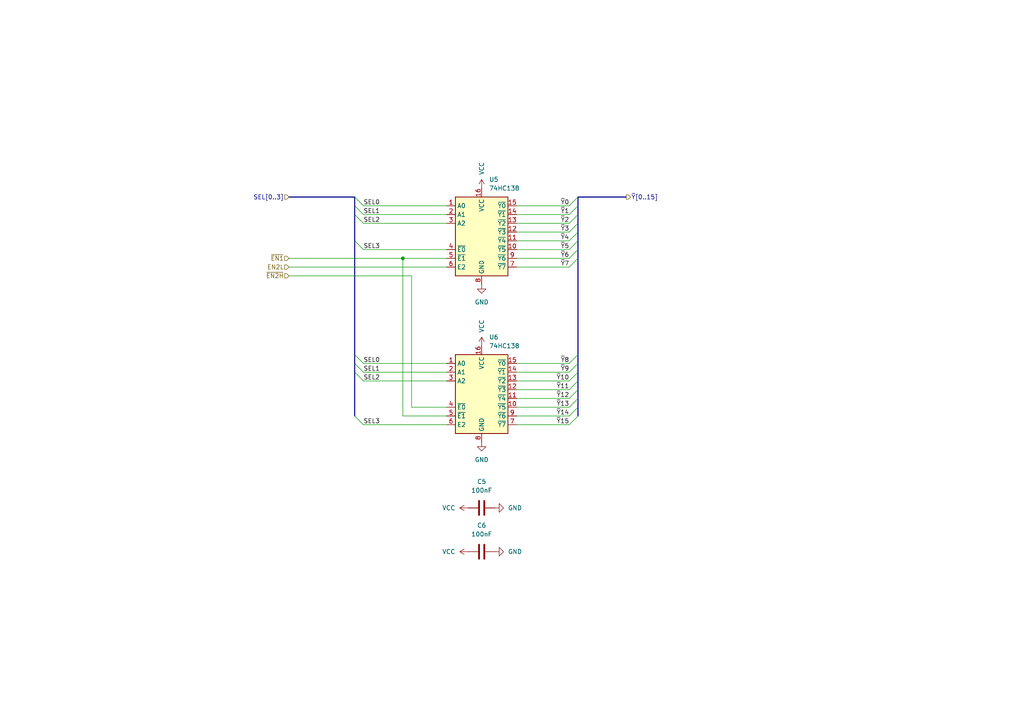
<source format=kicad_sch>
(kicad_sch (version 20250114) (generator "eeschema") (generator_version "9.0")
  (paper "A4")
  (title_block (title "PickleRISC register board") (rev "1.0"))
  (lib_symbols
    (symbol "74xx:74HC138"
      (property "Reference" "U" (at -7.62 13.97 0))
      (property "Value" "74HC138" (at 2.54 -11.43 0))
      (symbol "74HC138_0_1"
        (rectangle (start -7.62 12.7) (end 7.62 -10.16) (stroke (width 0.254)) (fill (type background)))
      )
      (symbol "74HC138_1_1"
        (pin input line (at -10.16 10.16 0) (length 2.54) (name "A0") (number "1"))
        (pin input line (at -10.16 7.62 0) (length 2.54) (name "A1") (number "2"))
        (pin input line (at -10.16 5.08 0) (length 2.54) (name "A2") (number "3"))
        (pin input line (at -10.16 -2.54 0) (length 2.54) (name "~{E0}") (number "4"))
        (pin input line (at -10.16 -5.08 0) (length 2.54) (name "~{E1}") (number "5"))
        (pin input line (at -10.16 -7.62 0) (length 2.54) (name "E2") (number "6"))
        (pin power_in line (at 0 15.24 270) (length 2.54) (name "VCC") (number "16"))
        (pin power_in line (at 0 -12.7 90) (length 2.54) (name "GND") (number "8"))
        (pin output line (at 10.16 10.16 180) (length 2.54) (name "~{Y0}") (number "15"))
        (pin output line (at 10.16 7.62 180) (length 2.54) (name "~{Y1}") (number "14"))
        (pin output line (at 10.16 5.08 180) (length 2.54) (name "~{Y2}") (number "13"))
        (pin output line (at 10.16 2.54 180) (length 2.54) (name "~{Y3}") (number "12"))
        (pin output line (at 10.16 0 180) (length 2.54) (name "~{Y4}") (number "11"))
        (pin output line (at 10.16 -2.54 180) (length 2.54) (name "~{Y5}") (number "10"))
        (pin output line (at 10.16 -5.08 180) (length 2.54) (name "~{Y6}") (number "9"))
        (pin output line (at 10.16 -7.62 180) (length 2.54) (name "~{Y7}") (number "7"))
      )
    )
    (symbol "Device:C" (pin_numbers (hide yes)) (pin_names (offset 0.254))
      (property "Reference" "C" (at 0.635 2.54 0))
      (property "Value" "C" (at 0.635 -2.54 0))
      (symbol "C_0_1"
        (polyline (pts (xy -2.032 0.762) (xy 2.032 0.762)) (stroke (width 0.508)))
        (polyline (pts (xy -2.032 -0.762) (xy 2.032 -0.762)) (stroke (width 0.508)))
      )
      (symbol "C_1_1"
        (pin passive line (at 0 3.81 270) (length 2.794) (name "~") (number "1"))
        (pin passive line (at 0 -3.81 90) (length 2.794) (name "~") (number "2"))
      )
    )
    (symbol "power:GND" (power) (pin_numbers (hide yes)) (pin_names (offset 0) (hide yes))
      (property "Value" "GND" (at 0 -3.81 0))
      (symbol "GND_0_1"
        (polyline (pts (xy 0 0) (xy 0 -1.27) (xy 1.27 -1.27) (xy 0 -2.54) (xy -1.27 -1.27) (xy 0 -1.27)))
      )
      (symbol "GND_1_1"
        (pin power_in line (at 0 0 270) (length 0) (name "~") (number "1"))
      )
    )
    (symbol "power:VCC" (power) (pin_numbers (hide yes)) (pin_names (offset 0) (hide yes))
      (property "Value" "VCC" (at 0 3.556 0))
      (symbol "VCC_0_1"
        (polyline (pts (xy -0.762 1.27) (xy 0 2.54)))
        (polyline (pts (xy 0 2.54) (xy 0.762 1.27)))
        (polyline (pts (xy 0 0) (xy 0 2.54)))
      )
      (symbol "VCC_1_1"
        (pin power_in line (at 0 0 90) (length 0) (name "~") (number "1"))
      )
    )
  )
  (junction (at 116.84 74.93))
  (bus_entry (at 167.64 64.77) (size -2.54 2.54))
  (bus_entry (at 102.87 69.85) (size 2.54 2.54))
  (bus_entry (at 102.87 59.69) (size 2.54 2.54))
  (bus_entry (at 167.64 59.69) (size -2.54 2.54))
  (bus_entry (at 102.87 107.95) (size 2.54 2.54))
  (bus_entry (at 167.64 113.03) (size -2.54 2.54))
  (bus_entry (at 102.87 120.65) (size 2.54 2.54))
  (bus_entry (at 167.64 69.85) (size -2.54 2.54))
  (bus_entry (at 167.64 62.23) (size -2.54 2.54))
  (bus_entry (at 167.64 102.87) (size -2.54 2.54))
  (bus_entry (at 167.64 72.39) (size -2.54 2.54))
  (bus_entry (at 167.64 115.57) (size -2.54 2.54))
  (bus_entry (at 102.87 62.23) (size 2.54 2.54))
  (bus_entry (at 167.64 110.49) (size -2.54 2.54))
  (bus_entry (at 167.64 74.93) (size -2.54 2.54))
  (bus_entry (at 167.64 67.31) (size -2.54 2.54))
  (bus_entry (at 102.87 57.15) (size 2.54 2.54))
  (bus_entry (at 102.87 105.41) (size 2.54 2.54))
  (bus_entry (at 167.64 118.11) (size -2.54 2.54))
  (bus_entry (at 167.64 120.65) (size -2.54 2.54))
  (bus_entry (at 102.87 102.87) (size 2.54 2.54))
  (bus_entry (at 167.64 107.95) (size -2.54 2.54))
  (bus_entry (at 167.64 105.41) (size -2.54 2.54))
  (bus_entry (at 167.64 57.15) (size -2.54 2.54))
  (wire (pts (xy 149.86 105.41) (xy 165.1 105.41)))
  (wire (pts (xy 105.41 110.49) (xy 129.54 110.49)))
  (bus (pts (xy 102.87 105.41) (xy 102.87 107.95)))
  (bus (pts (xy 167.64 59.69) (xy 167.64 62.23)))
  (wire (pts (xy 116.84 74.93) (xy 116.84 120.65)))
  (bus (pts (xy 167.64 107.95) (xy 167.64 110.49)))
  (bus (pts (xy 167.64 110.49) (xy 167.64 113.03)))
  (bus (pts (xy 102.87 69.85) (xy 102.87 102.87)))
  (bus (pts (xy 102.87 107.95) (xy 102.87 120.65)))
  (bus (pts (xy 167.64 72.39) (xy 167.64 74.93)))
  (bus (pts (xy 102.87 62.23) (xy 102.87 69.85)))
  (wire (pts (xy 149.86 59.69) (xy 165.1 59.69)))
  (bus (pts (xy 167.64 102.87) (xy 167.64 105.41)))
  (wire (pts (xy 105.41 107.95) (xy 129.54 107.95)))
  (wire (pts (xy 105.41 59.69) (xy 129.54 59.69)))
  (wire (pts (xy 105.41 105.41) (xy 129.54 105.41)))
  (wire (pts (xy 149.86 110.49) (xy 165.1 110.49)))
  (wire (pts (xy 149.86 118.11) (xy 165.1 118.11)))
  (bus (pts (xy 167.64 118.11) (xy 167.64 120.65)))
  (bus (pts (xy 181.61 57.15) (xy 167.64 57.15)))
  (wire (pts (xy 149.86 64.77) (xy 165.1 64.77)))
  (wire (pts (xy 105.41 62.23) (xy 129.54 62.23)))
  (bus (pts (xy 167.64 74.93) (xy 167.64 102.87)))
  (wire (pts (xy 83.82 77.47) (xy 129.54 77.47)))
  (wire (pts (xy 83.82 80.01) (xy 119.38 80.01)))
  (wire (pts (xy 149.86 62.23) (xy 165.1 62.23)))
  (wire (pts (xy 116.84 74.93) (xy 129.54 74.93)))
  (wire (pts (xy 149.86 77.47) (xy 165.1 77.47)))
  (bus (pts (xy 167.64 67.31) (xy 167.64 69.85)))
  (wire (pts (xy 119.38 118.11) (xy 119.38 80.01)))
  (wire (pts (xy 83.82 74.93) (xy 116.84 74.93)))
  (wire (pts (xy 149.86 115.57) (xy 165.1 115.57)))
  (bus (pts (xy 83.82 57.15) (xy 102.87 57.15)))
  (wire (pts (xy 149.86 72.39) (xy 165.1 72.39)))
  (wire (pts (xy 105.41 72.39) (xy 129.54 72.39)))
  (wire (pts (xy 105.41 123.19) (xy 129.54 123.19)))
  (wire (pts (xy 149.86 107.95) (xy 165.1 107.95)))
  (wire (pts (xy 105.41 64.77) (xy 129.54 64.77)))
  (wire (pts (xy 129.54 120.65) (xy 116.84 120.65)))
  (bus (pts (xy 167.64 57.15) (xy 167.64 59.69)))
  (wire (pts (xy 149.86 69.85) (xy 165.1 69.85)))
  (bus (pts (xy 102.87 59.69) (xy 102.87 62.23)))
  (wire (pts (xy 149.86 123.19) (xy 165.1 123.19)))
  (wire (pts (xy 149.86 120.65) (xy 165.1 120.65)))
  (bus (pts (xy 167.64 113.03) (xy 167.64 115.57)))
  (bus (pts (xy 102.87 57.15) (xy 102.87 59.69)))
  (bus (pts (xy 167.64 64.77) (xy 167.64 67.31)))
  (bus (pts (xy 167.64 115.57) (xy 167.64 118.11)))
  (bus (pts (xy 167.64 105.41) (xy 167.64 107.95)))
  (bus (pts (xy 167.64 69.85) (xy 167.64 72.39)))
  (wire (pts (xy 149.86 74.93) (xy 165.1 74.93)))
  (wire (pts (xy 149.86 113.03) (xy 165.1 113.03)))
  (bus (pts (xy 167.64 62.23) (xy 167.64 64.77)))
  (wire (pts (xy 129.54 118.11) (xy 119.38 118.11)))
  (bus (pts (xy 102.87 102.87) (xy 102.87 105.41)))
  (wire (pts (xy 149.86 67.31) (xy 165.1 67.31)))
  (label "~{Y}14" (at 165.1 120.65 180))
  (label "~{Y}10" (at 165.1 110.49 180))
  (label "~{Y}4" (at 165.1 69.85 180))
  (label "~{Y}7" (at 165.1 77.47 180))
  (label "SEL1" (at 105.41 62.23 0))
  (label "SEL2" (at 105.41 64.77 0))
  (label "~{Y}12" (at 165.1 115.57 180))
  (label "~{Y}3" (at 165.1 67.31 180))
  (label "SEL0" (at 105.41 59.69 0))
  (label "~{Y}1" (at 165.1 62.23 180))
  (label "~{Y}13" (at 165.1 118.11 180))
  (label "~{Y}8" (at 165.1 105.41 180))
  (label "~{Y}9" (at 165.1 107.95 180))
  (label "~{Y}6" (at 165.1 74.93 180))
  (label "~{Y}11" (at 165.1 113.03 180))
  (label "SEL0" (at 105.41 105.41 0))
  (label "~{Y}5" (at 165.1 72.39 180))
  (label "SEL2" (at 105.41 110.49 0))
  (label "~{Y}2" (at 165.1 64.77 180))
  (label "SEL3" (at 105.41 123.19 0))
  (label "~{Y}0" (at 165.1 59.69 180))
  (label "SEL1" (at 105.41 107.95 0))
  (label "SEL3" (at 105.41 72.39 0))
  (label "~{Y}15" (at 165.1 123.19 180))
  (hierarchical_label "~{EN1}" (shape input) (at 83.82 74.93 180))
  (hierarchical_label "~{EN2H}" (shape input) (at 83.82 80.01 180))
  (hierarchical_label "SEL[0..3]" (shape input) (at 83.82 57.15 180))
  (hierarchical_label "~{Y}[0..15]" (shape output) (at 181.61 57.15 0))
  (hierarchical_label "EN2L" (shape input) (at 83.82 77.47 180))
  (symbol (lib_id "power:VCC") (at 135.89 147.32 90) (unit 1)
    (property "Reference" "#PWR036" (effects (hide yes)))
    (property "Value" "VCC" (at 132.08 147.3199 90) (effects (justify left)))
    (property "Description" "Power symbol creates a global label with name \"VCC\"" (effects (hide yes)))
    (instances (project "register_board" (path "" (reference "#PWR044") (unit 1)) (path "" (reference "#PWR052") (unit 1)) (path "" (reference "#PWR036") (unit 1))))
  )
  (symbol (lib_id "power:GND") (at 143.51 160.02 90) (unit 1)
    (property "Reference" "#PWR039" (effects (hide yes)))
    (property "Value" "GND" (at 147.32 160.0199 90) (effects (justify right)))
    (property "Description" "Power symbol creates a global label with name \"GND\" , ground" (effects (hide yes)))
    (instances (project "register_board" (path "" (reference "#PWR047") (unit 1)) (path "" (reference "#PWR055") (unit 1)) (path "" (reference "#PWR039") (unit 1))))
  )
  (symbol (lib_id "power:GND") (at 139.7 128.27 0) (unit 1)
    (property "Reference" "#PWR035" (effects (hide yes)))
    (property "Value" "GND" (at 139.7 133.35 0))
    (property "Description" "Power symbol creates a global label with name \"GND\" , ground" (effects (hide yes)))
    (instances (project "register_board" (path "" (reference "#PWR043") (unit 1)) (path "" (reference "#PWR051") (unit 1)) (path "" (reference "#PWR035") (unit 1))))
  )
  (symbol (lib_id "power:VCC") (at 135.89 160.02 90) (unit 1)
    (property "Reference" "#PWR038" (effects (hide yes)))
    (property "Value" "VCC" (at 132.08 160.0199 90) (effects (justify left)))
    (property "Description" "Power symbol creates a global label with name \"VCC\"" (effects (hide yes)))
    (instances (project "register_board" (path "" (reference "#PWR046") (unit 1)) (path "" (reference "#PWR054") (unit 1)) (path "" (reference "#PWR038") (unit 1))))
  )
  (symbol (lib_id "power:GND") (at 143.51 147.32 90) (unit 1)
    (property "Reference" "#PWR037" (effects (hide yes)))
    (property "Value" "GND" (at 147.32 147.3199 90) (effects (justify right)))
    (property "Description" "Power symbol creates a global label with name \"GND\" , ground" (effects (hide yes)))
    (instances (project "register_board" (path "" (reference "#PWR045") (unit 1)) (path "" (reference "#PWR053") (unit 1)) (path "" (reference "#PWR037") (unit 1))))
  )
  (symbol (lib_id "74xx:74HC138") (at 139.7 69.85 0) (unit 1)
    (property "Reference" "U3" (at 141.8433 52.07 0) (effects (justify left)))
    (property "Value" "74HC138" (at 141.8433 54.61 0) (effects (justify left)))
    (property "Footprint" "easyeda2kicad:TSSOP-16_L5.0-W4.4-P0.65-LS6.4-BL" (effects (hide yes)))
    (property "Datasheet" "http://www.ti.com/lit/ds/symlink/cd74hc238.pdf" (effects (hide yes)))
    (property "Description" "3-to-8 line decoder/multiplexer inverting, DIP-16/SOIC-16/SSOP-16" (effects (hide yes)))
    (instances (project "register_board" (path "" (reference "U5") (unit 1)) (path "" (reference "U7") (unit 1)) (path "" (reference "U3") (unit 1))))
  )
  (symbol (lib_id "Device:C") (at 139.7 147.32 90) (unit 1)
    (property "Reference" "C3" (at 139.7 139.7 90))
    (property "Value" "100nF" (at 139.7 142.24 90))
    (property "Footprint" "Capacitor_SMD:C_0603_1608Metric" (effects (hide yes)))
    (property "Description" "Unpolarized capacitor" (effects (hide yes)))
    (instances (project "register_board" (path "" (reference "C5") (unit 1)) (path "" (reference "C7") (unit 1)) (path "" (reference "C3") (unit 1))))
  )
  (symbol (lib_id "power:VCC") (at 139.7 100.33 0) (unit 1)
    (property "Reference" "#PWR034" (effects (hide yes)))
    (property "Value" "VCC" (at 139.7001 96.52 90) (effects (justify left)))
    (property "Description" "Power symbol creates a global label with name \"VCC\"" (effects (hide yes)))
    (instances (project "register_board" (path "" (reference "#PWR042") (unit 1)) (path "" (reference "#PWR050") (unit 1)) (path "" (reference "#PWR034") (unit 1))))
  )
  (symbol (lib_id "power:VCC") (at 139.7 54.61 0) (unit 1)
    (property "Reference" "#PWR032" (effects (hide yes)))
    (property "Value" "VCC" (at 139.7001 50.8 90) (effects (justify left)))
    (property "Description" "Power symbol creates a global label with name \"VCC\"" (effects (hide yes)))
    (instances (project "register_board" (path "" (reference "#PWR040") (unit 1)) (path "" (reference "#PWR048") (unit 1)) (path "" (reference "#PWR032") (unit 1))))
  )
  (symbol (lib_id "74xx:74HC138") (at 139.7 115.57 0) (unit 1)
    (property "Reference" "U4" (at 141.8433 97.79 0) (effects (justify left)))
    (property "Value" "74HC138" (at 141.8433 100.33 0) (effects (justify left)))
    (property "Footprint" "easyeda2kicad:TSSOP-16_L5.0-W4.4-P0.65-LS6.4-BL" (effects (hide yes)))
    (property "Datasheet" "http://www.ti.com/lit/ds/symlink/cd74hc238.pdf" (effects (hide yes)))
    (property "Description" "3-to-8 line decoder/multiplexer inverting, DIP-16/SOIC-16/SSOP-16" (effects (hide yes)))
    (instances (project "register_board" (path "" (reference "U6") (unit 1)) (path "" (reference "U8") (unit 1)) (path "" (reference "U4") (unit 1))))
  )
  (symbol (lib_id "Device:C") (at 139.7 160.02 90) (unit 1)
    (property "Reference" "C4" (at 139.7 152.4 90))
    (property "Value" "100nF" (at 139.7 154.94 90))
    (property "Footprint" "Capacitor_SMD:C_0603_1608Metric" (effects (hide yes)))
    (property "Description" "Unpolarized capacitor" (effects (hide yes)))
    (instances (project "register_board" (path "" (reference "C6") (unit 1)) (path "" (reference "C8") (unit 1)) (path "" (reference "C4") (unit 1))))
  )
  (symbol (lib_id "power:GND") (at 139.7 82.55 0) (unit 1)
    (property "Reference" "#PWR033" (effects (hide yes)))
    (property "Value" "GND" (at 139.7 87.63 0))
    (property "Description" "Power symbol creates a global label with name \"GND\" , ground" (effects (hide yes)))
    (instances (project "register_board" (path "" (reference "#PWR041") (unit 1)) (path "" (reference "#PWR049") (unit 1)) (path "" (reference "#PWR033") (unit 1))))
  )
)
</source>
